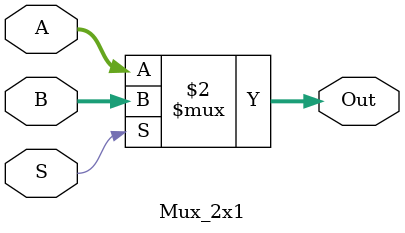
<source format=v>
`timescale 1ns / 1ps

module Mux_2x1(
    input [63:0] A,
    input [63:0] B,
    input S,
    output [63:0] Out
    );
    assign Out = (S == 1'b0) ? A : B;
endmodule

</source>
